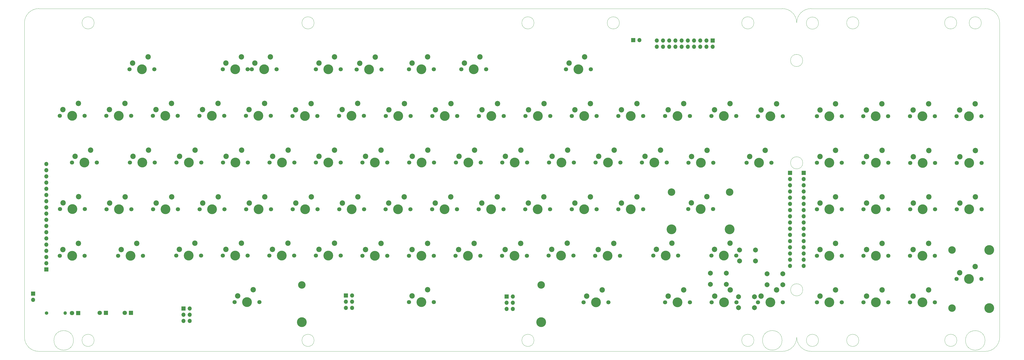
<source format=gbr>
G04 #@! TF.GenerationSoftware,KiCad,Pcbnew,(5.1.9)-1*
G04 #@! TF.CreationDate,2021-06-29T21:56:24-04:00*
G04 #@! TF.ProjectId,v364mx,76333634-6d78-42e6-9b69-6361645f7063,rev?*
G04 #@! TF.SameCoordinates,Original*
G04 #@! TF.FileFunction,Soldermask,Top*
G04 #@! TF.FilePolarity,Negative*
%FSLAX46Y46*%
G04 Gerber Fmt 4.6, Leading zero omitted, Abs format (unit mm)*
G04 Created by KiCad (PCBNEW (5.1.9)-1) date 2021-06-29 21:56:24*
%MOMM*%
%LPD*%
G01*
G04 APERTURE LIST*
G04 #@! TA.AperFunction,Profile*
%ADD10C,0.050000*%
G04 #@! TD*
%ADD11C,3.050000*%
%ADD12C,4.000000*%
%ADD13C,1.700000*%
%ADD14C,2.200000*%
%ADD15C,2.000000*%
%ADD16O,1.700000X1.700000*%
%ADD17R,1.700000X1.700000*%
%ADD18C,1.800000*%
%ADD19R,1.800000X1.800000*%
%ADD20O,1.400000X1.400000*%
%ADD21C,1.400000*%
G04 APERTURE END LIST*
D10*
X358392100Y-147269200D02*
G75*
G03*
X358392100Y-147269200I-2500000J0D01*
G01*
X439888000Y-277266400D02*
G75*
G03*
X439888000Y-277266400I-2500000J0D01*
G01*
X439888000Y-147358100D02*
G75*
G03*
X439888000Y-147358100I-2500000J0D01*
G01*
X456385300Y-147269200D02*
G75*
G03*
X456385300Y-147269200I-2500000J0D01*
G01*
X508019994Y-277279100D02*
G75*
G03*
X508019994Y-277279100I-3995094J0D01*
G01*
X508177800Y-281774900D02*
X436803800Y-281774900D01*
X508177800Y-141427200D02*
X436791100Y-141427200D01*
X514019800Y-147853400D02*
X514019800Y-147269200D01*
X514019800Y-275932900D02*
X514019800Y-147853400D01*
X134944794Y-277266400D02*
G75*
G03*
X134944794Y-277266400I-3995094J0D01*
G01*
X424949294Y-277253700D02*
G75*
G03*
X424949294Y-277253700I-3995094J0D01*
G01*
X120726200Y-281774900D02*
X425119800Y-281774900D01*
X425107100Y-141427200D02*
X120726200Y-141427200D01*
X425107100Y-141427200D02*
G75*
G02*
X430949100Y-147269200I0J-5842000D01*
G01*
X430949100Y-147269200D02*
G75*
G02*
X436791100Y-141427200I5842000J0D01*
G01*
X436803800Y-281774900D02*
G75*
G02*
X430961800Y-275932900I0J5842000D01*
G01*
X430961800Y-275932900D02*
G75*
G02*
X425119800Y-281774900I-5842000J0D01*
G01*
X433436400Y-204584300D02*
G75*
G03*
X433436400Y-204584300I-2500000J0D01*
G01*
X433411000Y-162663500D02*
G75*
G03*
X433411000Y-162663500I-2500000J0D01*
G01*
X433449100Y-256578100D02*
G75*
G03*
X433449100Y-256578100I-2500000J0D01*
G01*
X456385300Y-277266400D02*
G75*
G03*
X456385300Y-277266400I-2500000J0D01*
G01*
X506524900Y-147269200D02*
G75*
G03*
X506524900Y-147269200I-2500000J0D01*
G01*
X114884200Y-275932900D02*
X114884200Y-147269200D01*
X323441700Y-277266400D02*
G75*
G03*
X323441700Y-277266400I-2500000J0D01*
G01*
X233436800Y-147269200D02*
G75*
G03*
X233436800Y-147269200I-2500000J0D01*
G01*
X496466500Y-147269200D02*
G75*
G03*
X496466500Y-147269200I-2500000J0D01*
G01*
X413446600Y-277266400D02*
G75*
G03*
X413446600Y-277266400I-2500000J0D01*
G01*
X143431900Y-147269200D02*
G75*
G03*
X143431900Y-147269200I-2500000J0D01*
G01*
X508177800Y-141427200D02*
G75*
G02*
X514019800Y-147269200I0J-5842000D01*
G01*
X323441700Y-147269200D02*
G75*
G03*
X323441700Y-147269200I-2500000J0D01*
G01*
X143419200Y-277266400D02*
G75*
G03*
X143419200Y-277266400I-2500000J0D01*
G01*
X233436800Y-277266400D02*
G75*
G03*
X233436800Y-277266400I-2500000J0D01*
G01*
X496517300Y-277253700D02*
G75*
G03*
X496517300Y-277253700I-2500000J0D01*
G01*
X114884200Y-147269200D02*
G75*
G02*
X120726200Y-141427200I5842000J0D01*
G01*
X514019800Y-275932900D02*
G75*
G02*
X508177800Y-281774900I-5842000J0D01*
G01*
X413446600Y-147269200D02*
G75*
G03*
X413446600Y-147269200I-2500000J0D01*
G01*
X120726200Y-281774900D02*
G75*
G02*
X114884200Y-275932900I0J5842000D01*
G01*
D11*
X403504600Y-216535000D03*
X379704600Y-216535000D03*
D12*
X379704600Y-231775000D03*
X403504600Y-231775000D03*
D13*
X396684600Y-223535000D03*
X386524600Y-223535000D03*
D12*
X391604600Y-223535000D03*
D14*
X387794600Y-220995000D03*
X394144600Y-218455000D03*
D13*
X368109500Y-185445400D03*
X357949500Y-185445400D03*
D12*
X363029500Y-185445400D03*
D14*
X359219500Y-182905400D03*
X365569500Y-180365400D03*
X485000300Y-218541600D03*
X478650300Y-221081600D03*
D12*
X482460300Y-223621600D03*
D13*
X477380300Y-223621600D03*
X487540300Y-223621600D03*
X420636700Y-204520800D03*
X410476700Y-204520800D03*
D12*
X415556700Y-204520800D03*
D14*
X411746700Y-201980800D03*
X418096700Y-199440800D03*
D13*
X346671900Y-166268400D03*
X336511900Y-166268400D03*
D12*
X341591900Y-166268400D03*
D14*
X337781900Y-163728400D03*
X344131900Y-161188400D03*
D13*
X303822100Y-166255700D03*
X293662100Y-166255700D03*
D12*
X298742100Y-166255700D03*
D14*
X294932100Y-163715700D03*
X301282100Y-161175700D03*
D13*
X261010400Y-166331900D03*
X250850400Y-166331900D03*
D12*
X255930400Y-166331900D03*
D14*
X252120400Y-163791900D03*
X258470400Y-161251900D03*
D13*
X218084400Y-166243000D03*
X207924400Y-166243000D03*
D12*
X213004400Y-166243000D03*
D14*
X209194400Y-163703000D03*
X215544400Y-161163000D03*
D13*
X349097600Y-185407300D03*
X338937600Y-185407300D03*
D12*
X344017600Y-185407300D03*
D14*
X340207600Y-182867300D03*
X346557600Y-180327300D03*
D13*
X282384500Y-166268400D03*
X272224500Y-166268400D03*
D12*
X277304500Y-166268400D03*
D14*
X273494500Y-163728400D03*
X279844500Y-161188400D03*
D13*
X244284500Y-166306500D03*
X234124500Y-166306500D03*
D12*
X239204500Y-166306500D03*
D14*
X235394500Y-163766500D03*
X241744500Y-161226500D03*
D13*
X206197200Y-166255700D03*
X196037200Y-166255700D03*
D12*
X201117200Y-166255700D03*
D14*
X197307200Y-163715700D03*
X203657200Y-161175700D03*
D13*
X168021000Y-166255700D03*
X157861000Y-166255700D03*
D12*
X162941000Y-166255700D03*
D14*
X159131000Y-163715700D03*
X165481000Y-161175700D03*
X279911800Y-256489200D03*
X273561800Y-259029200D03*
D12*
X277371800Y-261569200D03*
D13*
X272291800Y-261569200D03*
X282451800Y-261569200D03*
D12*
X326371800Y-269809200D03*
X228371800Y-269809200D03*
D11*
X228371800Y-254569200D03*
X326371800Y-254569200D03*
D13*
X353885500Y-261670800D03*
X343725500Y-261670800D03*
D12*
X348805500Y-261670800D03*
D14*
X344995500Y-259130800D03*
X351345500Y-256590800D03*
X446862200Y-218503500D03*
X440512200Y-221043500D03*
D12*
X444322200Y-223583500D03*
D13*
X439242200Y-223583500D03*
X449402200Y-223583500D03*
D15*
X413649300Y-259384800D03*
X413649300Y-263884800D03*
X407149300Y-259384800D03*
X407149300Y-263884800D03*
X425282500Y-249974100D03*
X425282500Y-254474100D03*
X418782500Y-249974100D03*
X418782500Y-254474100D03*
X402155800Y-249783600D03*
X402155800Y-254283600D03*
X395655800Y-249783600D03*
X395655800Y-254283600D03*
X414081100Y-240258600D03*
X414081100Y-244758600D03*
X407581100Y-240258600D03*
X407581100Y-244758600D03*
D16*
X123850400Y-205054200D03*
X123850400Y-207594200D03*
X123850400Y-210134200D03*
X123850400Y-212674200D03*
X123850400Y-215214200D03*
X123850400Y-217754200D03*
X123850400Y-220294200D03*
X123850400Y-222834200D03*
X123850400Y-225374200D03*
X123850400Y-227914200D03*
X123850400Y-230454200D03*
X123850400Y-232994200D03*
X123850400Y-235534200D03*
X123850400Y-238074200D03*
X123850400Y-240614200D03*
X123850400Y-243154200D03*
X123850400Y-245694200D03*
D17*
X123850400Y-248234200D03*
D16*
X373710200Y-157010100D03*
X373710200Y-154470100D03*
X376250200Y-157010100D03*
X376250200Y-154470100D03*
X378790200Y-157010100D03*
X378790200Y-154470100D03*
X381330200Y-157010100D03*
X381330200Y-154470100D03*
X383870200Y-157010100D03*
X383870200Y-154470100D03*
X386410200Y-157010100D03*
X386410200Y-154470100D03*
X388950200Y-157010100D03*
X388950200Y-154470100D03*
X391490200Y-157010100D03*
X391490200Y-154470100D03*
X394030200Y-157010100D03*
X394030200Y-154470100D03*
X396570200Y-157010100D03*
D17*
X396570200Y-154470100D03*
D16*
X433793900Y-246773700D03*
X433793900Y-244233700D03*
X433793900Y-241693700D03*
X433793900Y-239153700D03*
X433793900Y-236613700D03*
X433793900Y-234073700D03*
X433793900Y-231533700D03*
X433793900Y-228993700D03*
X433793900Y-226453700D03*
X433793900Y-223913700D03*
X433793900Y-221373700D03*
X433793900Y-218833700D03*
X433793900Y-216293700D03*
X433793900Y-213753700D03*
X433793900Y-211213700D03*
D17*
X433793900Y-208673700D03*
D16*
X428180500Y-246773700D03*
X428180500Y-244233700D03*
X428180500Y-241693700D03*
X428180500Y-239153700D03*
X428180500Y-236613700D03*
X428180500Y-234073700D03*
X428180500Y-231533700D03*
X428180500Y-228993700D03*
X428180500Y-226453700D03*
X428180500Y-223913700D03*
X428180500Y-221373700D03*
X428180500Y-218833700D03*
X428180500Y-216293700D03*
X428180500Y-213753700D03*
X428180500Y-211213700D03*
D17*
X428180500Y-208673700D03*
D16*
X118427500Y-260680200D03*
D17*
X118427500Y-258140200D03*
D16*
X366572800Y-154355800D03*
D17*
X364032800Y-154355800D03*
D18*
X145694400Y-265988800D03*
D19*
X148234400Y-265988800D03*
D18*
X155968700Y-265988800D03*
D19*
X158508700Y-265988800D03*
D13*
X291973000Y-185394600D03*
X281813000Y-185394600D03*
D12*
X286893000Y-185394600D03*
D14*
X283083000Y-182854600D03*
X289433000Y-180314600D03*
D20*
X131508500Y-266065000D03*
D21*
X123888500Y-266065000D03*
D18*
X134340600Y-266052300D03*
D19*
X136880600Y-266052300D03*
D13*
X377799600Y-204431900D03*
X367639600Y-204431900D03*
D12*
X372719600Y-204431900D03*
D14*
X368909600Y-201891900D03*
X375259600Y-199351900D03*
D13*
X144487900Y-204457300D03*
X134327900Y-204457300D03*
D12*
X139407900Y-204457300D03*
D14*
X135597900Y-201917300D03*
X141947900Y-199377300D03*
D13*
X211010500Y-261645400D03*
X200850500Y-261645400D03*
D12*
X205930500Y-261645400D03*
D14*
X202120500Y-259105400D03*
X208470500Y-256565400D03*
D13*
X163347400Y-242620800D03*
X153187400Y-242620800D03*
D12*
X158267400Y-242620800D03*
D14*
X154457400Y-240080800D03*
X160807400Y-237540800D03*
D13*
X158648400Y-223583500D03*
X148488400Y-223583500D03*
D12*
X153568400Y-223583500D03*
D14*
X149758400Y-221043500D03*
X156108400Y-218503500D03*
D13*
X139522200Y-242646200D03*
X129362200Y-242646200D03*
D12*
X134442200Y-242646200D03*
D14*
X130632200Y-240106200D03*
X136982200Y-237566200D03*
D13*
X425297600Y-185470800D03*
X415137600Y-185470800D03*
D12*
X420217600Y-185470800D03*
D14*
X416407600Y-182930800D03*
X422757600Y-180390800D03*
X446849500Y-237566200D03*
X440499500Y-240106200D03*
D12*
X444309500Y-242646200D03*
D13*
X439229500Y-242646200D03*
X449389500Y-242646200D03*
X253847600Y-185356500D03*
X243687600Y-185356500D03*
D12*
X248767600Y-185356500D03*
D14*
X244957600Y-182816500D03*
X251307600Y-180276500D03*
D13*
X368134900Y-223570800D03*
X357974900Y-223570800D03*
D12*
X363054900Y-223570800D03*
D14*
X359244900Y-221030800D03*
X365594900Y-218490800D03*
D16*
X314769500Y-264414000D03*
X312229500Y-264414000D03*
X314769500Y-261874000D03*
X312229500Y-261874000D03*
X314769500Y-259334000D03*
D17*
X312229500Y-259334000D03*
D16*
X249008900Y-263969500D03*
X246468900Y-263969500D03*
X249008900Y-261429500D03*
X246468900Y-261429500D03*
X249008900Y-258889500D03*
D17*
X246468900Y-258889500D03*
D13*
X449402200Y-261670800D03*
X439242200Y-261670800D03*
D12*
X444322200Y-261670800D03*
D14*
X440512200Y-259130800D03*
X446862200Y-256590800D03*
D13*
X425297600Y-261683500D03*
X415137600Y-261683500D03*
D12*
X420217600Y-261683500D03*
D14*
X416407600Y-259143500D03*
X422757600Y-256603500D03*
D13*
X387210300Y-261683500D03*
X377050300Y-261683500D03*
D12*
X382130300Y-261683500D03*
D14*
X378320300Y-259143500D03*
X384670300Y-256603500D03*
D13*
X406273000Y-261683500D03*
X396113000Y-261683500D03*
D12*
X401193000Y-261683500D03*
D14*
X397383000Y-259143500D03*
X403733000Y-256603500D03*
D11*
X494497600Y-240245800D03*
X494497600Y-264045800D03*
D12*
X509737600Y-264045800D03*
X509737600Y-240245800D03*
D13*
X506577600Y-252145800D03*
X496417600Y-252145800D03*
D12*
X501497600Y-252145800D03*
D14*
X497687600Y-249605800D03*
X504037600Y-247065800D03*
D13*
X382422400Y-242595400D03*
X372262400Y-242595400D03*
D12*
X377342400Y-242595400D03*
D14*
X373532400Y-240055400D03*
X379882400Y-237515400D03*
D13*
X225259900Y-242582700D03*
X215099900Y-242582700D03*
D12*
X220179900Y-242582700D03*
D14*
X216369900Y-240042700D03*
X222719900Y-237502700D03*
D13*
X206197200Y-242595400D03*
X196037200Y-242595400D03*
D12*
X201117200Y-242595400D03*
D14*
X197307200Y-240055400D03*
X203657200Y-237515400D03*
D13*
X139585700Y-223545400D03*
X129425700Y-223545400D03*
D12*
X134505700Y-223545400D03*
D14*
X130695700Y-221005400D03*
X137045700Y-218465400D03*
D13*
X487514900Y-261696200D03*
X477354900Y-261696200D03*
D12*
X482434900Y-261696200D03*
D14*
X478624900Y-259156200D03*
X484974900Y-256616200D03*
D13*
X468452200Y-261708900D03*
X458292200Y-261708900D03*
D12*
X463372200Y-261708900D03*
D14*
X459562200Y-259168900D03*
X465912200Y-256628900D03*
D13*
X396836900Y-204533500D03*
X386676900Y-204533500D03*
D12*
X391756900Y-204533500D03*
D14*
X387946900Y-201993500D03*
X394296900Y-199453500D03*
D13*
X358635300Y-242620800D03*
X348475300Y-242620800D03*
D12*
X353555300Y-242620800D03*
D14*
X349745300Y-240080800D03*
X356095300Y-237540800D03*
D13*
X339572600Y-242595400D03*
X329412600Y-242595400D03*
D12*
X334492600Y-242595400D03*
D14*
X330682600Y-240055400D03*
X337032600Y-237515400D03*
D13*
X282435300Y-242608100D03*
X272275300Y-242608100D03*
D12*
X277355300Y-242608100D03*
D14*
X273545300Y-240068100D03*
X279895300Y-237528100D03*
D13*
X263372600Y-242608100D03*
X253212600Y-242608100D03*
D12*
X258292600Y-242608100D03*
D14*
X254482600Y-240068100D03*
X260832600Y-237528100D03*
D13*
X244309900Y-242595400D03*
X234149900Y-242595400D03*
D12*
X239229900Y-242595400D03*
D14*
X235419900Y-240055400D03*
X241769900Y-237515400D03*
D13*
X196723000Y-223596200D03*
X186563000Y-223596200D03*
D12*
X191643000Y-223596200D03*
D14*
X187833000Y-221056200D03*
X194183000Y-218516200D03*
D13*
X387210300Y-185381900D03*
X377050300Y-185381900D03*
D12*
X382130300Y-185381900D03*
D14*
X378320300Y-182841900D03*
X384670300Y-180301900D03*
D13*
X187274200Y-204444600D03*
X177114200Y-204444600D03*
D12*
X182194200Y-204444600D03*
D14*
X178384200Y-201904600D03*
X184734200Y-199364600D03*
D13*
X177647600Y-185331100D03*
X167487600Y-185331100D03*
D12*
X172567600Y-185331100D03*
D14*
X168757600Y-182791100D03*
X175107600Y-180251100D03*
D13*
X406247600Y-185407300D03*
X396087600Y-185407300D03*
D12*
X401167600Y-185407300D03*
D14*
X397357600Y-182867300D03*
X403707600Y-180327300D03*
D16*
X182511700Y-269341600D03*
X179971700Y-269341600D03*
X182511700Y-266801600D03*
X179971700Y-266801600D03*
X182511700Y-264261600D03*
D17*
X179971700Y-264261600D03*
D14*
X251320300Y-218516200D03*
X244970300Y-221056200D03*
D12*
X248780300Y-223596200D03*
D13*
X243700300Y-223596200D03*
X253860300Y-223596200D03*
X406222200Y-242582700D03*
X396062200Y-242582700D03*
D12*
X401142200Y-242582700D03*
D14*
X397332200Y-240042700D03*
X403682200Y-237502700D03*
X241782600Y-199364600D03*
X235432600Y-201904600D03*
D12*
X239242600Y-204444600D03*
D13*
X234162600Y-204444600D03*
X244322600Y-204444600D03*
X320522600Y-242608100D03*
X310362600Y-242608100D03*
D12*
X315442600Y-242608100D03*
D14*
X311632600Y-240068100D03*
X317982600Y-237528100D03*
D13*
X234810300Y-223608900D03*
X224650300Y-223608900D03*
D12*
X229730300Y-223608900D03*
D14*
X225920300Y-221068900D03*
X232270300Y-218528900D03*
X298945300Y-237528100D03*
X292595300Y-240068100D03*
D12*
X296405300Y-242608100D03*
D13*
X291325300Y-242608100D03*
X301485300Y-242608100D03*
X272859500Y-223596200D03*
X262699500Y-223596200D03*
D12*
X267779500Y-223596200D03*
D14*
X263969500Y-221056200D03*
X270319500Y-218516200D03*
X137007600Y-180238400D03*
X130657600Y-182778400D03*
D12*
X134467600Y-185318400D03*
D13*
X129387600Y-185318400D03*
X139547600Y-185318400D03*
X158597600Y-185318400D03*
X148437600Y-185318400D03*
D12*
X153517600Y-185318400D03*
D14*
X149707600Y-182778400D03*
X156057600Y-180238400D03*
D13*
X196684900Y-185343800D03*
X186524900Y-185343800D03*
D12*
X191604900Y-185343800D03*
D14*
X187794900Y-182803800D03*
X194144900Y-180263800D03*
X213194900Y-180276500D03*
X206844900Y-182816500D03*
D12*
X210654900Y-185356500D03*
D13*
X205574900Y-185356500D03*
X215734900Y-185356500D03*
X234784900Y-185369200D03*
X224624900Y-185369200D03*
D12*
X229704900Y-185369200D03*
D14*
X225894900Y-182829200D03*
X232244900Y-180289200D03*
X270370300Y-180301900D03*
X264020300Y-182841900D03*
D12*
X267830300Y-185381900D03*
D13*
X262750300Y-185381900D03*
X272910300Y-185381900D03*
D14*
X308483000Y-180314600D03*
X302133000Y-182854600D03*
D12*
X305943000Y-185394600D03*
D13*
X300863000Y-185394600D03*
X311023000Y-185394600D03*
X330060300Y-185394600D03*
X319900300Y-185394600D03*
D12*
X324980300Y-185394600D03*
D14*
X321170300Y-182854600D03*
X327520300Y-180314600D03*
X446824100Y-180428900D03*
X440474100Y-182968900D03*
D12*
X444284100Y-185508900D03*
D13*
X439204100Y-185508900D03*
X449364100Y-185508900D03*
X468388700Y-185508900D03*
X458228700Y-185508900D03*
D12*
X463308700Y-185508900D03*
D14*
X459498700Y-182968900D03*
X465848700Y-180428900D03*
X484974900Y-180428900D03*
X478624900Y-182968900D03*
D12*
X482434900Y-185508900D03*
D13*
X477354900Y-185508900D03*
X487514900Y-185508900D03*
X506577600Y-185483500D03*
X496417600Y-185483500D03*
D12*
X501497600Y-185483500D03*
D14*
X497687600Y-182943500D03*
X504037600Y-180403500D03*
D13*
X168249600Y-204444600D03*
X158089600Y-204444600D03*
D12*
X163169600Y-204444600D03*
D14*
X159359600Y-201904600D03*
X165709600Y-199364600D03*
D13*
X206336900Y-204444600D03*
X196176900Y-204444600D03*
D12*
X201256900Y-204444600D03*
D14*
X197446900Y-201904600D03*
X203796900Y-199364600D03*
X222821500Y-199364600D03*
X216471500Y-201904600D03*
D12*
X220281500Y-204444600D03*
D13*
X215201500Y-204444600D03*
X225361500Y-204444600D03*
D14*
X279946100Y-199364600D03*
X273596100Y-201904600D03*
D12*
X277406100Y-204444600D03*
D13*
X272326100Y-204444600D03*
X282486100Y-204444600D03*
X301675800Y-204444600D03*
X291515800Y-204444600D03*
D12*
X296595800Y-204444600D03*
D14*
X292785800Y-201904600D03*
X299135800Y-199364600D03*
X318096900Y-199364600D03*
X311746900Y-201904600D03*
D12*
X315556900Y-204444600D03*
D13*
X310476900Y-204444600D03*
X320636900Y-204444600D03*
D14*
X446824100Y-199491600D03*
X440474100Y-202031600D03*
D12*
X444284100Y-204571600D03*
D13*
X439204100Y-204571600D03*
X449364100Y-204571600D03*
X468439500Y-204558900D03*
X458279500Y-204558900D03*
D12*
X463359500Y-204558900D03*
D14*
X459549500Y-202018900D03*
X465899500Y-199478900D03*
X485013000Y-199517000D03*
X478663000Y-202057000D03*
D12*
X482473000Y-204597000D03*
D13*
X477393000Y-204597000D03*
X487553000Y-204597000D03*
X506590300Y-204597000D03*
X496430300Y-204597000D03*
D12*
X501510300Y-204597000D03*
D14*
X497700300Y-202057000D03*
X504050300Y-199517000D03*
D13*
X177685700Y-223570800D03*
X167525700Y-223570800D03*
D12*
X172605700Y-223570800D03*
D14*
X168795700Y-221030800D03*
X175145700Y-218490800D03*
D13*
X215760300Y-223596200D03*
X205600300Y-223596200D03*
D12*
X210680300Y-223596200D03*
D14*
X206870300Y-221056200D03*
X213220300Y-218516200D03*
D13*
X263410700Y-204444600D03*
X253250700Y-204444600D03*
D12*
X258330700Y-204444600D03*
D14*
X254520700Y-201904600D03*
X260870700Y-199364600D03*
X289369500Y-218503500D03*
X283019500Y-221043500D03*
D12*
X286829500Y-223583500D03*
D13*
X281749500Y-223583500D03*
X291909500Y-223583500D03*
X310959500Y-223621600D03*
X300799500Y-223621600D03*
D12*
X305879500Y-223621600D03*
D14*
X302069500Y-221081600D03*
X308419500Y-218541600D03*
X327482200Y-218528900D03*
X321132200Y-221068900D03*
D12*
X324942200Y-223608900D03*
D13*
X319862200Y-223608900D03*
X330022200Y-223608900D03*
X339712300Y-204444600D03*
X329552300Y-204444600D03*
D12*
X334632300Y-204444600D03*
D14*
X330822300Y-201904600D03*
X337172300Y-199364600D03*
D13*
X468452200Y-223583500D03*
X458292200Y-223583500D03*
D12*
X463372200Y-223583500D03*
D14*
X459562200Y-221043500D03*
X465912200Y-218503500D03*
D13*
X506590300Y-223621600D03*
X496430300Y-223621600D03*
D12*
X501510300Y-223621600D03*
D14*
X497700300Y-221081600D03*
X504050300Y-218541600D03*
D13*
X187147200Y-242595400D03*
X176987200Y-242595400D03*
D12*
X182067200Y-242595400D03*
D14*
X178257200Y-240055400D03*
X184607200Y-237515400D03*
X346544900Y-218516200D03*
X340194900Y-221056200D03*
D12*
X344004900Y-223596200D03*
D13*
X338924900Y-223596200D03*
X349084900Y-223596200D03*
X358775000Y-204444600D03*
X348615000Y-204444600D03*
D12*
X353695000Y-204444600D03*
D14*
X349885000Y-201904600D03*
X356235000Y-199364600D03*
D13*
X468452200Y-242620800D03*
X458292200Y-242620800D03*
D12*
X463372200Y-242620800D03*
D14*
X459562200Y-240080800D03*
X465912200Y-237540800D03*
X484949500Y-237553500D03*
X478599500Y-240093500D03*
D12*
X482409500Y-242633500D03*
D13*
X477329500Y-242633500D03*
X487489500Y-242633500D03*
M02*

</source>
